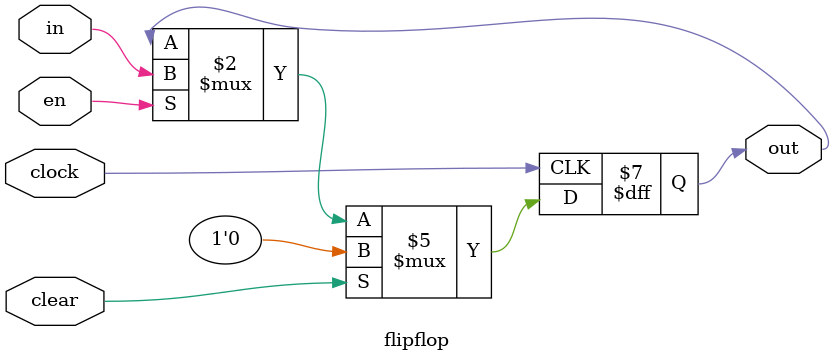
<source format=v>
`timescale 1ns / 1ps
module flipflop(in,clock,clear,out,en);
input en,in,clock,clear;
output reg out;
always @(posedge clock)begin
if(clear)
out<=0;
else if(en)out<=in;
end
endmodule

</source>
